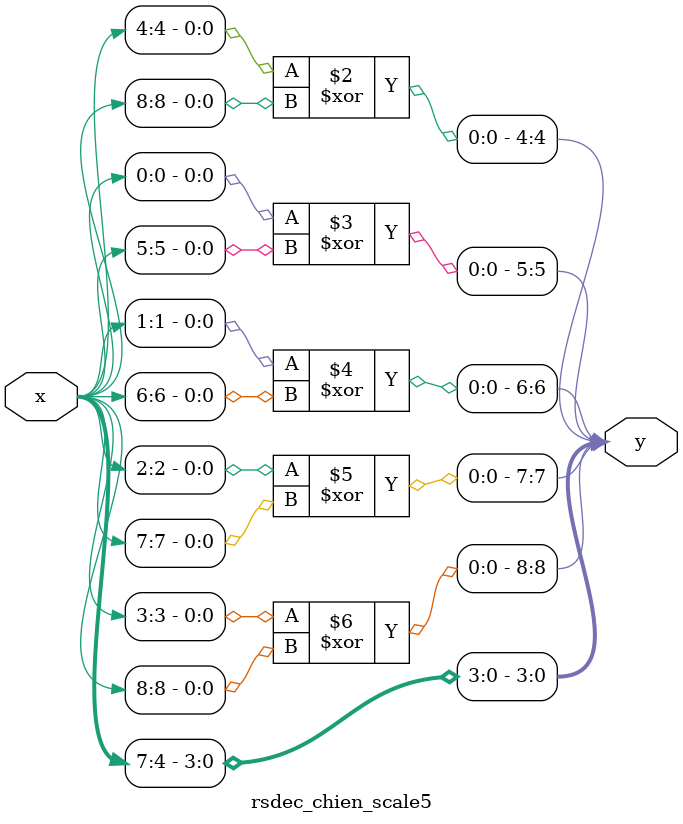
<source format=v>
module rsdec_chien_scale5 (y, x);
	input [8:0] x;
	output [8:0] y;
	reg [8:0] y;
	always @ (x)
	begin
		y[0] = x[4];
		y[1] = x[5];
		y[2] = x[6];
		y[3] = x[7];
		y[4] = x[4] ^ x[8];
		y[5] = x[0] ^ x[5];
		y[6] = x[1] ^ x[6];
		y[7] = x[2] ^ x[7];
		y[8] = x[3] ^ x[8];
	end
endmodule
</source>
